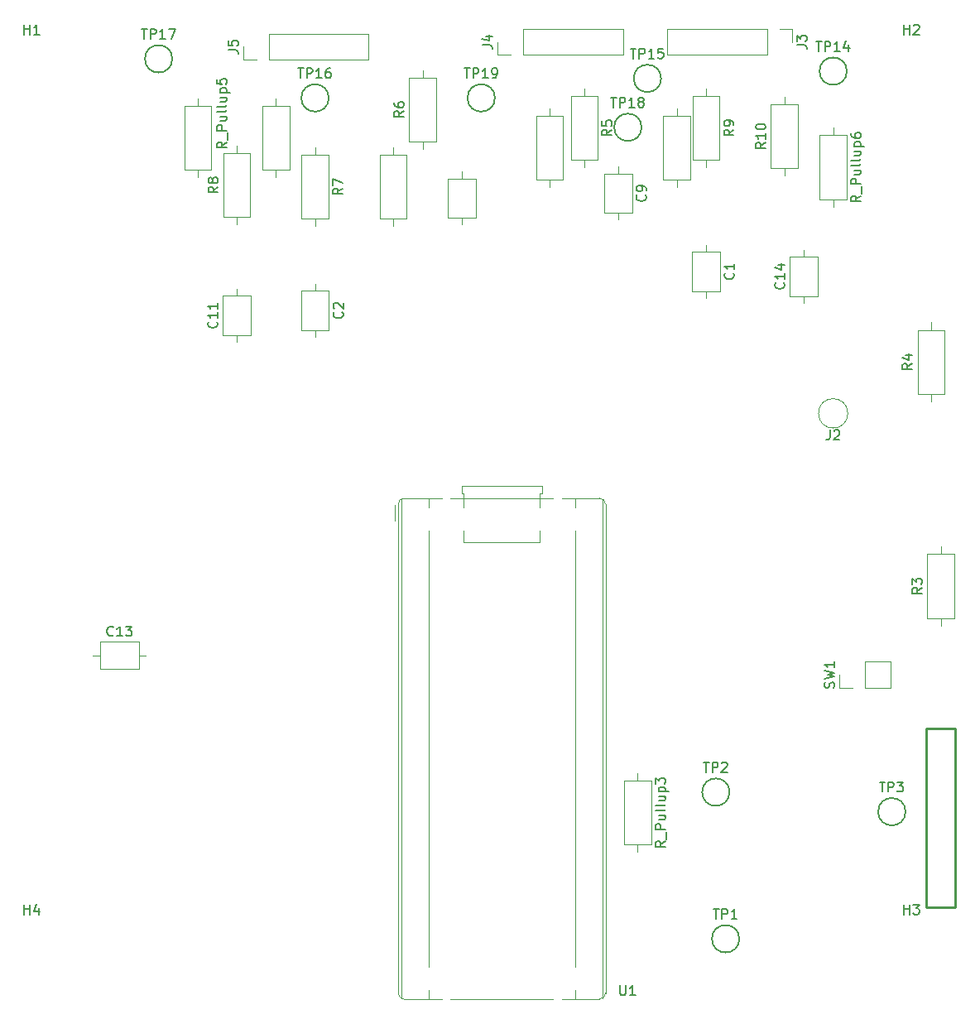
<source format=gbr>
%TF.GenerationSoftware,KiCad,Pcbnew,9.0.3*%
%TF.CreationDate,2025-07-08T18:12:23-07:00*%
%TF.ProjectId,pcb_schematics,7063625f-7363-4686-956d-61746963732e,rev?*%
%TF.SameCoordinates,Original*%
%TF.FileFunction,Legend,Top*%
%TF.FilePolarity,Positive*%
%FSLAX46Y46*%
G04 Gerber Fmt 4.6, Leading zero omitted, Abs format (unit mm)*
G04 Created by KiCad (PCBNEW 9.0.3) date 2025-07-08 18:12:23*
%MOMM*%
%LPD*%
G01*
G04 APERTURE LIST*
%ADD10C,0.150000*%
%ADD11C,0.120000*%
%ADD12C,0.250000*%
G04 APERTURE END LIST*
D10*
X118939580Y-73892857D02*
X118987200Y-73940476D01*
X118987200Y-73940476D02*
X119034819Y-74083333D01*
X119034819Y-74083333D02*
X119034819Y-74178571D01*
X119034819Y-74178571D02*
X118987200Y-74321428D01*
X118987200Y-74321428D02*
X118891961Y-74416666D01*
X118891961Y-74416666D02*
X118796723Y-74464285D01*
X118796723Y-74464285D02*
X118606247Y-74511904D01*
X118606247Y-74511904D02*
X118463390Y-74511904D01*
X118463390Y-74511904D02*
X118272914Y-74464285D01*
X118272914Y-74464285D02*
X118177676Y-74416666D01*
X118177676Y-74416666D02*
X118082438Y-74321428D01*
X118082438Y-74321428D02*
X118034819Y-74178571D01*
X118034819Y-74178571D02*
X118034819Y-74083333D01*
X118034819Y-74083333D02*
X118082438Y-73940476D01*
X118082438Y-73940476D02*
X118130057Y-73892857D01*
X119034819Y-72940476D02*
X119034819Y-73511904D01*
X119034819Y-73226190D02*
X118034819Y-73226190D01*
X118034819Y-73226190D02*
X118177676Y-73321428D01*
X118177676Y-73321428D02*
X118272914Y-73416666D01*
X118272914Y-73416666D02*
X118320533Y-73511904D01*
X119034819Y-71988095D02*
X119034819Y-72559523D01*
X119034819Y-72273809D02*
X118034819Y-72273809D01*
X118034819Y-72273809D02*
X118177676Y-72369047D01*
X118177676Y-72369047D02*
X118272914Y-72464285D01*
X118272914Y-72464285D02*
X118320533Y-72559523D01*
X171779580Y-68916666D02*
X171827200Y-68964285D01*
X171827200Y-68964285D02*
X171874819Y-69107142D01*
X171874819Y-69107142D02*
X171874819Y-69202380D01*
X171874819Y-69202380D02*
X171827200Y-69345237D01*
X171827200Y-69345237D02*
X171731961Y-69440475D01*
X171731961Y-69440475D02*
X171636723Y-69488094D01*
X171636723Y-69488094D02*
X171446247Y-69535713D01*
X171446247Y-69535713D02*
X171303390Y-69535713D01*
X171303390Y-69535713D02*
X171112914Y-69488094D01*
X171112914Y-69488094D02*
X171017676Y-69440475D01*
X171017676Y-69440475D02*
X170922438Y-69345237D01*
X170922438Y-69345237D02*
X170874819Y-69202380D01*
X170874819Y-69202380D02*
X170874819Y-69107142D01*
X170874819Y-69107142D02*
X170922438Y-68964285D01*
X170922438Y-68964285D02*
X170970057Y-68916666D01*
X171874819Y-67964285D02*
X171874819Y-68535713D01*
X171874819Y-68249999D02*
X170874819Y-68249999D01*
X170874819Y-68249999D02*
X171017676Y-68345237D01*
X171017676Y-68345237D02*
X171112914Y-68440475D01*
X171112914Y-68440475D02*
X171160533Y-68535713D01*
X138084819Y-52346666D02*
X137608628Y-52679999D01*
X138084819Y-52918094D02*
X137084819Y-52918094D01*
X137084819Y-52918094D02*
X137084819Y-52537142D01*
X137084819Y-52537142D02*
X137132438Y-52441904D01*
X137132438Y-52441904D02*
X137180057Y-52394285D01*
X137180057Y-52394285D02*
X137275295Y-52346666D01*
X137275295Y-52346666D02*
X137418152Y-52346666D01*
X137418152Y-52346666D02*
X137513390Y-52394285D01*
X137513390Y-52394285D02*
X137561009Y-52441904D01*
X137561009Y-52441904D02*
X137608628Y-52537142D01*
X137608628Y-52537142D02*
X137608628Y-52918094D01*
X137084819Y-51489523D02*
X137084819Y-51679999D01*
X137084819Y-51679999D02*
X137132438Y-51775237D01*
X137132438Y-51775237D02*
X137180057Y-51822856D01*
X137180057Y-51822856D02*
X137322914Y-51918094D01*
X137322914Y-51918094D02*
X137513390Y-51965713D01*
X137513390Y-51965713D02*
X137894342Y-51965713D01*
X137894342Y-51965713D02*
X137989580Y-51918094D01*
X137989580Y-51918094D02*
X138037200Y-51870475D01*
X138037200Y-51870475D02*
X138084819Y-51775237D01*
X138084819Y-51775237D02*
X138084819Y-51584761D01*
X138084819Y-51584761D02*
X138037200Y-51489523D01*
X138037200Y-51489523D02*
X137989580Y-51441904D01*
X137989580Y-51441904D02*
X137894342Y-51394285D01*
X137894342Y-51394285D02*
X137656247Y-51394285D01*
X137656247Y-51394285D02*
X137561009Y-51441904D01*
X137561009Y-51441904D02*
X137513390Y-51489523D01*
X137513390Y-51489523D02*
X137465771Y-51584761D01*
X137465771Y-51584761D02*
X137465771Y-51775237D01*
X137465771Y-51775237D02*
X137513390Y-51870475D01*
X137513390Y-51870475D02*
X137561009Y-51918094D01*
X137561009Y-51918094D02*
X137656247Y-51965713D01*
X168738095Y-118954819D02*
X169309523Y-118954819D01*
X169023809Y-119954819D02*
X169023809Y-118954819D01*
X169642857Y-119954819D02*
X169642857Y-118954819D01*
X169642857Y-118954819D02*
X170023809Y-118954819D01*
X170023809Y-118954819D02*
X170119047Y-119002438D01*
X170119047Y-119002438D02*
X170166666Y-119050057D01*
X170166666Y-119050057D02*
X170214285Y-119145295D01*
X170214285Y-119145295D02*
X170214285Y-119288152D01*
X170214285Y-119288152D02*
X170166666Y-119383390D01*
X170166666Y-119383390D02*
X170119047Y-119431009D01*
X170119047Y-119431009D02*
X170023809Y-119478628D01*
X170023809Y-119478628D02*
X169642857Y-119478628D01*
X170595238Y-119050057D02*
X170642857Y-119002438D01*
X170642857Y-119002438D02*
X170738095Y-118954819D01*
X170738095Y-118954819D02*
X170976190Y-118954819D01*
X170976190Y-118954819D02*
X171071428Y-119002438D01*
X171071428Y-119002438D02*
X171119047Y-119050057D01*
X171119047Y-119050057D02*
X171166666Y-119145295D01*
X171166666Y-119145295D02*
X171166666Y-119240533D01*
X171166666Y-119240533D02*
X171119047Y-119383390D01*
X171119047Y-119383390D02*
X170547619Y-119954819D01*
X170547619Y-119954819D02*
X171166666Y-119954819D01*
X159261905Y-50954819D02*
X159833333Y-50954819D01*
X159547619Y-51954819D02*
X159547619Y-50954819D01*
X160166667Y-51954819D02*
X160166667Y-50954819D01*
X160166667Y-50954819D02*
X160547619Y-50954819D01*
X160547619Y-50954819D02*
X160642857Y-51002438D01*
X160642857Y-51002438D02*
X160690476Y-51050057D01*
X160690476Y-51050057D02*
X160738095Y-51145295D01*
X160738095Y-51145295D02*
X160738095Y-51288152D01*
X160738095Y-51288152D02*
X160690476Y-51383390D01*
X160690476Y-51383390D02*
X160642857Y-51431009D01*
X160642857Y-51431009D02*
X160547619Y-51478628D01*
X160547619Y-51478628D02*
X160166667Y-51478628D01*
X161690476Y-51954819D02*
X161119048Y-51954819D01*
X161404762Y-51954819D02*
X161404762Y-50954819D01*
X161404762Y-50954819D02*
X161309524Y-51097676D01*
X161309524Y-51097676D02*
X161214286Y-51192914D01*
X161214286Y-51192914D02*
X161119048Y-51240533D01*
X162261905Y-51383390D02*
X162166667Y-51335771D01*
X162166667Y-51335771D02*
X162119048Y-51288152D01*
X162119048Y-51288152D02*
X162071429Y-51192914D01*
X162071429Y-51192914D02*
X162071429Y-51145295D01*
X162071429Y-51145295D02*
X162119048Y-51050057D01*
X162119048Y-51050057D02*
X162166667Y-51002438D01*
X162166667Y-51002438D02*
X162261905Y-50954819D01*
X162261905Y-50954819D02*
X162452381Y-50954819D01*
X162452381Y-50954819D02*
X162547619Y-51002438D01*
X162547619Y-51002438D02*
X162595238Y-51050057D01*
X162595238Y-51050057D02*
X162642857Y-51145295D01*
X162642857Y-51145295D02*
X162642857Y-51192914D01*
X162642857Y-51192914D02*
X162595238Y-51288152D01*
X162595238Y-51288152D02*
X162547619Y-51335771D01*
X162547619Y-51335771D02*
X162452381Y-51383390D01*
X162452381Y-51383390D02*
X162261905Y-51383390D01*
X162261905Y-51383390D02*
X162166667Y-51431009D01*
X162166667Y-51431009D02*
X162119048Y-51478628D01*
X162119048Y-51478628D02*
X162071429Y-51573866D01*
X162071429Y-51573866D02*
X162071429Y-51764342D01*
X162071429Y-51764342D02*
X162119048Y-51859580D01*
X162119048Y-51859580D02*
X162166667Y-51907200D01*
X162166667Y-51907200D02*
X162261905Y-51954819D01*
X162261905Y-51954819D02*
X162452381Y-51954819D01*
X162452381Y-51954819D02*
X162547619Y-51907200D01*
X162547619Y-51907200D02*
X162595238Y-51859580D01*
X162595238Y-51859580D02*
X162642857Y-51764342D01*
X162642857Y-51764342D02*
X162642857Y-51573866D01*
X162642857Y-51573866D02*
X162595238Y-51478628D01*
X162595238Y-51478628D02*
X162547619Y-51431009D01*
X162547619Y-51431009D02*
X162452381Y-51383390D01*
X176939580Y-69892857D02*
X176987200Y-69940476D01*
X176987200Y-69940476D02*
X177034819Y-70083333D01*
X177034819Y-70083333D02*
X177034819Y-70178571D01*
X177034819Y-70178571D02*
X176987200Y-70321428D01*
X176987200Y-70321428D02*
X176891961Y-70416666D01*
X176891961Y-70416666D02*
X176796723Y-70464285D01*
X176796723Y-70464285D02*
X176606247Y-70511904D01*
X176606247Y-70511904D02*
X176463390Y-70511904D01*
X176463390Y-70511904D02*
X176272914Y-70464285D01*
X176272914Y-70464285D02*
X176177676Y-70416666D01*
X176177676Y-70416666D02*
X176082438Y-70321428D01*
X176082438Y-70321428D02*
X176034819Y-70178571D01*
X176034819Y-70178571D02*
X176034819Y-70083333D01*
X176034819Y-70083333D02*
X176082438Y-69940476D01*
X176082438Y-69940476D02*
X176130057Y-69892857D01*
X177034819Y-68940476D02*
X177034819Y-69511904D01*
X177034819Y-69226190D02*
X176034819Y-69226190D01*
X176034819Y-69226190D02*
X176177676Y-69321428D01*
X176177676Y-69321428D02*
X176272914Y-69416666D01*
X176272914Y-69416666D02*
X176320533Y-69511904D01*
X176368152Y-68083333D02*
X177034819Y-68083333D01*
X175987200Y-68321428D02*
X176701485Y-68559523D01*
X176701485Y-68559523D02*
X176701485Y-67940476D01*
X119954819Y-55508572D02*
X119478628Y-55841905D01*
X119954819Y-56080000D02*
X118954819Y-56080000D01*
X118954819Y-56080000D02*
X118954819Y-55699048D01*
X118954819Y-55699048D02*
X119002438Y-55603810D01*
X119002438Y-55603810D02*
X119050057Y-55556191D01*
X119050057Y-55556191D02*
X119145295Y-55508572D01*
X119145295Y-55508572D02*
X119288152Y-55508572D01*
X119288152Y-55508572D02*
X119383390Y-55556191D01*
X119383390Y-55556191D02*
X119431009Y-55603810D01*
X119431009Y-55603810D02*
X119478628Y-55699048D01*
X119478628Y-55699048D02*
X119478628Y-56080000D01*
X120050057Y-55318096D02*
X120050057Y-54556191D01*
X119954819Y-54318095D02*
X118954819Y-54318095D01*
X118954819Y-54318095D02*
X118954819Y-53937143D01*
X118954819Y-53937143D02*
X119002438Y-53841905D01*
X119002438Y-53841905D02*
X119050057Y-53794286D01*
X119050057Y-53794286D02*
X119145295Y-53746667D01*
X119145295Y-53746667D02*
X119288152Y-53746667D01*
X119288152Y-53746667D02*
X119383390Y-53794286D01*
X119383390Y-53794286D02*
X119431009Y-53841905D01*
X119431009Y-53841905D02*
X119478628Y-53937143D01*
X119478628Y-53937143D02*
X119478628Y-54318095D01*
X119288152Y-52889524D02*
X119954819Y-52889524D01*
X119288152Y-53318095D02*
X119811961Y-53318095D01*
X119811961Y-53318095D02*
X119907200Y-53270476D01*
X119907200Y-53270476D02*
X119954819Y-53175238D01*
X119954819Y-53175238D02*
X119954819Y-53032381D01*
X119954819Y-53032381D02*
X119907200Y-52937143D01*
X119907200Y-52937143D02*
X119859580Y-52889524D01*
X119954819Y-52270476D02*
X119907200Y-52365714D01*
X119907200Y-52365714D02*
X119811961Y-52413333D01*
X119811961Y-52413333D02*
X118954819Y-52413333D01*
X119954819Y-51746666D02*
X119907200Y-51841904D01*
X119907200Y-51841904D02*
X119811961Y-51889523D01*
X119811961Y-51889523D02*
X118954819Y-51889523D01*
X119288152Y-50937142D02*
X119954819Y-50937142D01*
X119288152Y-51365713D02*
X119811961Y-51365713D01*
X119811961Y-51365713D02*
X119907200Y-51318094D01*
X119907200Y-51318094D02*
X119954819Y-51222856D01*
X119954819Y-51222856D02*
X119954819Y-51079999D01*
X119954819Y-51079999D02*
X119907200Y-50984761D01*
X119907200Y-50984761D02*
X119859580Y-50937142D01*
X119288152Y-50460951D02*
X120288152Y-50460951D01*
X119335771Y-50460951D02*
X119288152Y-50365713D01*
X119288152Y-50365713D02*
X119288152Y-50175237D01*
X119288152Y-50175237D02*
X119335771Y-50079999D01*
X119335771Y-50079999D02*
X119383390Y-50032380D01*
X119383390Y-50032380D02*
X119478628Y-49984761D01*
X119478628Y-49984761D02*
X119764342Y-49984761D01*
X119764342Y-49984761D02*
X119859580Y-50032380D01*
X119859580Y-50032380D02*
X119907200Y-50079999D01*
X119907200Y-50079999D02*
X119954819Y-50175237D01*
X119954819Y-50175237D02*
X119954819Y-50365713D01*
X119954819Y-50365713D02*
X119907200Y-50460951D01*
X118954819Y-49079999D02*
X118954819Y-49556189D01*
X118954819Y-49556189D02*
X119431009Y-49603808D01*
X119431009Y-49603808D02*
X119383390Y-49556189D01*
X119383390Y-49556189D02*
X119335771Y-49460951D01*
X119335771Y-49460951D02*
X119335771Y-49222856D01*
X119335771Y-49222856D02*
X119383390Y-49127618D01*
X119383390Y-49127618D02*
X119431009Y-49079999D01*
X119431009Y-49079999D02*
X119526247Y-49032380D01*
X119526247Y-49032380D02*
X119764342Y-49032380D01*
X119764342Y-49032380D02*
X119859580Y-49079999D01*
X119859580Y-49079999D02*
X119907200Y-49127618D01*
X119907200Y-49127618D02*
X119954819Y-49222856D01*
X119954819Y-49222856D02*
X119954819Y-49460951D01*
X119954819Y-49460951D02*
X119907200Y-49556189D01*
X119907200Y-49556189D02*
X119859580Y-49603808D01*
X120124819Y-46093333D02*
X120839104Y-46093333D01*
X120839104Y-46093333D02*
X120981961Y-46140952D01*
X120981961Y-46140952D02*
X121077200Y-46236190D01*
X121077200Y-46236190D02*
X121124819Y-46379047D01*
X121124819Y-46379047D02*
X121124819Y-46474285D01*
X120124819Y-45140952D02*
X120124819Y-45617142D01*
X120124819Y-45617142D02*
X120601009Y-45664761D01*
X120601009Y-45664761D02*
X120553390Y-45617142D01*
X120553390Y-45617142D02*
X120505771Y-45521904D01*
X120505771Y-45521904D02*
X120505771Y-45283809D01*
X120505771Y-45283809D02*
X120553390Y-45188571D01*
X120553390Y-45188571D02*
X120601009Y-45140952D01*
X120601009Y-45140952D02*
X120696247Y-45093333D01*
X120696247Y-45093333D02*
X120934342Y-45093333D01*
X120934342Y-45093333D02*
X121029580Y-45140952D01*
X121029580Y-45140952D02*
X121077200Y-45188571D01*
X121077200Y-45188571D02*
X121124819Y-45283809D01*
X121124819Y-45283809D02*
X121124819Y-45521904D01*
X121124819Y-45521904D02*
X121077200Y-45617142D01*
X121077200Y-45617142D02*
X121029580Y-45664761D01*
X119084819Y-60086666D02*
X118608628Y-60419999D01*
X119084819Y-60658094D02*
X118084819Y-60658094D01*
X118084819Y-60658094D02*
X118084819Y-60277142D01*
X118084819Y-60277142D02*
X118132438Y-60181904D01*
X118132438Y-60181904D02*
X118180057Y-60134285D01*
X118180057Y-60134285D02*
X118275295Y-60086666D01*
X118275295Y-60086666D02*
X118418152Y-60086666D01*
X118418152Y-60086666D02*
X118513390Y-60134285D01*
X118513390Y-60134285D02*
X118561009Y-60181904D01*
X118561009Y-60181904D02*
X118608628Y-60277142D01*
X118608628Y-60277142D02*
X118608628Y-60658094D01*
X118513390Y-59515237D02*
X118465771Y-59610475D01*
X118465771Y-59610475D02*
X118418152Y-59658094D01*
X118418152Y-59658094D02*
X118322914Y-59705713D01*
X118322914Y-59705713D02*
X118275295Y-59705713D01*
X118275295Y-59705713D02*
X118180057Y-59658094D01*
X118180057Y-59658094D02*
X118132438Y-59610475D01*
X118132438Y-59610475D02*
X118084819Y-59515237D01*
X118084819Y-59515237D02*
X118084819Y-59324761D01*
X118084819Y-59324761D02*
X118132438Y-59229523D01*
X118132438Y-59229523D02*
X118180057Y-59181904D01*
X118180057Y-59181904D02*
X118275295Y-59134285D01*
X118275295Y-59134285D02*
X118322914Y-59134285D01*
X118322914Y-59134285D02*
X118418152Y-59181904D01*
X118418152Y-59181904D02*
X118465771Y-59229523D01*
X118465771Y-59229523D02*
X118513390Y-59324761D01*
X118513390Y-59324761D02*
X118513390Y-59515237D01*
X118513390Y-59515237D02*
X118561009Y-59610475D01*
X118561009Y-59610475D02*
X118608628Y-59658094D01*
X118608628Y-59658094D02*
X118703866Y-59705713D01*
X118703866Y-59705713D02*
X118894342Y-59705713D01*
X118894342Y-59705713D02*
X118989580Y-59658094D01*
X118989580Y-59658094D02*
X119037200Y-59610475D01*
X119037200Y-59610475D02*
X119084819Y-59515237D01*
X119084819Y-59515237D02*
X119084819Y-59324761D01*
X119084819Y-59324761D02*
X119037200Y-59229523D01*
X119037200Y-59229523D02*
X118989580Y-59181904D01*
X118989580Y-59181904D02*
X118894342Y-59134285D01*
X118894342Y-59134285D02*
X118703866Y-59134285D01*
X118703866Y-59134285D02*
X118608628Y-59181904D01*
X118608628Y-59181904D02*
X118561009Y-59229523D01*
X118561009Y-59229523D02*
X118513390Y-59324761D01*
X189238095Y-134504819D02*
X189238095Y-133504819D01*
X189238095Y-133981009D02*
X189809523Y-133981009D01*
X189809523Y-134504819D02*
X189809523Y-133504819D01*
X190190476Y-133504819D02*
X190809523Y-133504819D01*
X190809523Y-133504819D02*
X190476190Y-133885771D01*
X190476190Y-133885771D02*
X190619047Y-133885771D01*
X190619047Y-133885771D02*
X190714285Y-133933390D01*
X190714285Y-133933390D02*
X190761904Y-133981009D01*
X190761904Y-133981009D02*
X190809523Y-134076247D01*
X190809523Y-134076247D02*
X190809523Y-134314342D01*
X190809523Y-134314342D02*
X190761904Y-134409580D01*
X190761904Y-134409580D02*
X190714285Y-134457200D01*
X190714285Y-134457200D02*
X190619047Y-134504819D01*
X190619047Y-134504819D02*
X190333333Y-134504819D01*
X190333333Y-134504819D02*
X190238095Y-134457200D01*
X190238095Y-134457200D02*
X190190476Y-134409580D01*
X164824819Y-127008572D02*
X164348628Y-127341905D01*
X164824819Y-127580000D02*
X163824819Y-127580000D01*
X163824819Y-127580000D02*
X163824819Y-127199048D01*
X163824819Y-127199048D02*
X163872438Y-127103810D01*
X163872438Y-127103810D02*
X163920057Y-127056191D01*
X163920057Y-127056191D02*
X164015295Y-127008572D01*
X164015295Y-127008572D02*
X164158152Y-127008572D01*
X164158152Y-127008572D02*
X164253390Y-127056191D01*
X164253390Y-127056191D02*
X164301009Y-127103810D01*
X164301009Y-127103810D02*
X164348628Y-127199048D01*
X164348628Y-127199048D02*
X164348628Y-127580000D01*
X164920057Y-126818096D02*
X164920057Y-126056191D01*
X164824819Y-125818095D02*
X163824819Y-125818095D01*
X163824819Y-125818095D02*
X163824819Y-125437143D01*
X163824819Y-125437143D02*
X163872438Y-125341905D01*
X163872438Y-125341905D02*
X163920057Y-125294286D01*
X163920057Y-125294286D02*
X164015295Y-125246667D01*
X164015295Y-125246667D02*
X164158152Y-125246667D01*
X164158152Y-125246667D02*
X164253390Y-125294286D01*
X164253390Y-125294286D02*
X164301009Y-125341905D01*
X164301009Y-125341905D02*
X164348628Y-125437143D01*
X164348628Y-125437143D02*
X164348628Y-125818095D01*
X164158152Y-124389524D02*
X164824819Y-124389524D01*
X164158152Y-124818095D02*
X164681961Y-124818095D01*
X164681961Y-124818095D02*
X164777200Y-124770476D01*
X164777200Y-124770476D02*
X164824819Y-124675238D01*
X164824819Y-124675238D02*
X164824819Y-124532381D01*
X164824819Y-124532381D02*
X164777200Y-124437143D01*
X164777200Y-124437143D02*
X164729580Y-124389524D01*
X164824819Y-123770476D02*
X164777200Y-123865714D01*
X164777200Y-123865714D02*
X164681961Y-123913333D01*
X164681961Y-123913333D02*
X163824819Y-123913333D01*
X164824819Y-123246666D02*
X164777200Y-123341904D01*
X164777200Y-123341904D02*
X164681961Y-123389523D01*
X164681961Y-123389523D02*
X163824819Y-123389523D01*
X164158152Y-122437142D02*
X164824819Y-122437142D01*
X164158152Y-122865713D02*
X164681961Y-122865713D01*
X164681961Y-122865713D02*
X164777200Y-122818094D01*
X164777200Y-122818094D02*
X164824819Y-122722856D01*
X164824819Y-122722856D02*
X164824819Y-122579999D01*
X164824819Y-122579999D02*
X164777200Y-122484761D01*
X164777200Y-122484761D02*
X164729580Y-122437142D01*
X164158152Y-121960951D02*
X165158152Y-121960951D01*
X164205771Y-121960951D02*
X164158152Y-121865713D01*
X164158152Y-121865713D02*
X164158152Y-121675237D01*
X164158152Y-121675237D02*
X164205771Y-121579999D01*
X164205771Y-121579999D02*
X164253390Y-121532380D01*
X164253390Y-121532380D02*
X164348628Y-121484761D01*
X164348628Y-121484761D02*
X164634342Y-121484761D01*
X164634342Y-121484761D02*
X164729580Y-121532380D01*
X164729580Y-121532380D02*
X164777200Y-121579999D01*
X164777200Y-121579999D02*
X164824819Y-121675237D01*
X164824819Y-121675237D02*
X164824819Y-121865713D01*
X164824819Y-121865713D02*
X164777200Y-121960951D01*
X163824819Y-121151427D02*
X163824819Y-120532380D01*
X163824819Y-120532380D02*
X164205771Y-120865713D01*
X164205771Y-120865713D02*
X164205771Y-120722856D01*
X164205771Y-120722856D02*
X164253390Y-120627618D01*
X164253390Y-120627618D02*
X164301009Y-120579999D01*
X164301009Y-120579999D02*
X164396247Y-120532380D01*
X164396247Y-120532380D02*
X164634342Y-120532380D01*
X164634342Y-120532380D02*
X164729580Y-120579999D01*
X164729580Y-120579999D02*
X164777200Y-120627618D01*
X164777200Y-120627618D02*
X164824819Y-120722856D01*
X164824819Y-120722856D02*
X164824819Y-121008570D01*
X164824819Y-121008570D02*
X164777200Y-121103808D01*
X164777200Y-121103808D02*
X164729580Y-121151427D01*
X144261905Y-47954819D02*
X144833333Y-47954819D01*
X144547619Y-48954819D02*
X144547619Y-47954819D01*
X145166667Y-48954819D02*
X145166667Y-47954819D01*
X145166667Y-47954819D02*
X145547619Y-47954819D01*
X145547619Y-47954819D02*
X145642857Y-48002438D01*
X145642857Y-48002438D02*
X145690476Y-48050057D01*
X145690476Y-48050057D02*
X145738095Y-48145295D01*
X145738095Y-48145295D02*
X145738095Y-48288152D01*
X145738095Y-48288152D02*
X145690476Y-48383390D01*
X145690476Y-48383390D02*
X145642857Y-48431009D01*
X145642857Y-48431009D02*
X145547619Y-48478628D01*
X145547619Y-48478628D02*
X145166667Y-48478628D01*
X146690476Y-48954819D02*
X146119048Y-48954819D01*
X146404762Y-48954819D02*
X146404762Y-47954819D01*
X146404762Y-47954819D02*
X146309524Y-48097676D01*
X146309524Y-48097676D02*
X146214286Y-48192914D01*
X146214286Y-48192914D02*
X146119048Y-48240533D01*
X147166667Y-48954819D02*
X147357143Y-48954819D01*
X147357143Y-48954819D02*
X147452381Y-48907200D01*
X147452381Y-48907200D02*
X147500000Y-48859580D01*
X147500000Y-48859580D02*
X147595238Y-48716723D01*
X147595238Y-48716723D02*
X147642857Y-48526247D01*
X147642857Y-48526247D02*
X147642857Y-48145295D01*
X147642857Y-48145295D02*
X147595238Y-48050057D01*
X147595238Y-48050057D02*
X147547619Y-48002438D01*
X147547619Y-48002438D02*
X147452381Y-47954819D01*
X147452381Y-47954819D02*
X147261905Y-47954819D01*
X147261905Y-47954819D02*
X147166667Y-48002438D01*
X147166667Y-48002438D02*
X147119048Y-48050057D01*
X147119048Y-48050057D02*
X147071429Y-48145295D01*
X147071429Y-48145295D02*
X147071429Y-48383390D01*
X147071429Y-48383390D02*
X147119048Y-48478628D01*
X147119048Y-48478628D02*
X147166667Y-48526247D01*
X147166667Y-48526247D02*
X147261905Y-48573866D01*
X147261905Y-48573866D02*
X147452381Y-48573866D01*
X147452381Y-48573866D02*
X147547619Y-48526247D01*
X147547619Y-48526247D02*
X147595238Y-48478628D01*
X147595238Y-48478628D02*
X147642857Y-48383390D01*
X180261905Y-45214819D02*
X180833333Y-45214819D01*
X180547619Y-46214819D02*
X180547619Y-45214819D01*
X181166667Y-46214819D02*
X181166667Y-45214819D01*
X181166667Y-45214819D02*
X181547619Y-45214819D01*
X181547619Y-45214819D02*
X181642857Y-45262438D01*
X181642857Y-45262438D02*
X181690476Y-45310057D01*
X181690476Y-45310057D02*
X181738095Y-45405295D01*
X181738095Y-45405295D02*
X181738095Y-45548152D01*
X181738095Y-45548152D02*
X181690476Y-45643390D01*
X181690476Y-45643390D02*
X181642857Y-45691009D01*
X181642857Y-45691009D02*
X181547619Y-45738628D01*
X181547619Y-45738628D02*
X181166667Y-45738628D01*
X182690476Y-46214819D02*
X182119048Y-46214819D01*
X182404762Y-46214819D02*
X182404762Y-45214819D01*
X182404762Y-45214819D02*
X182309524Y-45357676D01*
X182309524Y-45357676D02*
X182214286Y-45452914D01*
X182214286Y-45452914D02*
X182119048Y-45500533D01*
X183547619Y-45548152D02*
X183547619Y-46214819D01*
X183309524Y-45167200D02*
X183071429Y-45881485D01*
X183071429Y-45881485D02*
X183690476Y-45881485D01*
X127261905Y-47954819D02*
X127833333Y-47954819D01*
X127547619Y-48954819D02*
X127547619Y-47954819D01*
X128166667Y-48954819D02*
X128166667Y-47954819D01*
X128166667Y-47954819D02*
X128547619Y-47954819D01*
X128547619Y-47954819D02*
X128642857Y-48002438D01*
X128642857Y-48002438D02*
X128690476Y-48050057D01*
X128690476Y-48050057D02*
X128738095Y-48145295D01*
X128738095Y-48145295D02*
X128738095Y-48288152D01*
X128738095Y-48288152D02*
X128690476Y-48383390D01*
X128690476Y-48383390D02*
X128642857Y-48431009D01*
X128642857Y-48431009D02*
X128547619Y-48478628D01*
X128547619Y-48478628D02*
X128166667Y-48478628D01*
X129690476Y-48954819D02*
X129119048Y-48954819D01*
X129404762Y-48954819D02*
X129404762Y-47954819D01*
X129404762Y-47954819D02*
X129309524Y-48097676D01*
X129309524Y-48097676D02*
X129214286Y-48192914D01*
X129214286Y-48192914D02*
X129119048Y-48240533D01*
X130547619Y-47954819D02*
X130357143Y-47954819D01*
X130357143Y-47954819D02*
X130261905Y-48002438D01*
X130261905Y-48002438D02*
X130214286Y-48050057D01*
X130214286Y-48050057D02*
X130119048Y-48192914D01*
X130119048Y-48192914D02*
X130071429Y-48383390D01*
X130071429Y-48383390D02*
X130071429Y-48764342D01*
X130071429Y-48764342D02*
X130119048Y-48859580D01*
X130119048Y-48859580D02*
X130166667Y-48907200D01*
X130166667Y-48907200D02*
X130261905Y-48954819D01*
X130261905Y-48954819D02*
X130452381Y-48954819D01*
X130452381Y-48954819D02*
X130547619Y-48907200D01*
X130547619Y-48907200D02*
X130595238Y-48859580D01*
X130595238Y-48859580D02*
X130642857Y-48764342D01*
X130642857Y-48764342D02*
X130642857Y-48526247D01*
X130642857Y-48526247D02*
X130595238Y-48431009D01*
X130595238Y-48431009D02*
X130547619Y-48383390D01*
X130547619Y-48383390D02*
X130452381Y-48335771D01*
X130452381Y-48335771D02*
X130261905Y-48335771D01*
X130261905Y-48335771D02*
X130166667Y-48383390D01*
X130166667Y-48383390D02*
X130119048Y-48431009D01*
X130119048Y-48431009D02*
X130071429Y-48526247D01*
X159350055Y-54246666D02*
X158873864Y-54579999D01*
X159350055Y-54818094D02*
X158350055Y-54818094D01*
X158350055Y-54818094D02*
X158350055Y-54437142D01*
X158350055Y-54437142D02*
X158397674Y-54341904D01*
X158397674Y-54341904D02*
X158445293Y-54294285D01*
X158445293Y-54294285D02*
X158540531Y-54246666D01*
X158540531Y-54246666D02*
X158683388Y-54246666D01*
X158683388Y-54246666D02*
X158778626Y-54294285D01*
X158778626Y-54294285D02*
X158826245Y-54341904D01*
X158826245Y-54341904D02*
X158873864Y-54437142D01*
X158873864Y-54437142D02*
X158873864Y-54818094D01*
X158350055Y-53341904D02*
X158350055Y-53818094D01*
X158350055Y-53818094D02*
X158826245Y-53865713D01*
X158826245Y-53865713D02*
X158778626Y-53818094D01*
X158778626Y-53818094D02*
X158731007Y-53722856D01*
X158731007Y-53722856D02*
X158731007Y-53484761D01*
X158731007Y-53484761D02*
X158778626Y-53389523D01*
X158778626Y-53389523D02*
X158826245Y-53341904D01*
X158826245Y-53341904D02*
X158921483Y-53294285D01*
X158921483Y-53294285D02*
X159159578Y-53294285D01*
X159159578Y-53294285D02*
X159254816Y-53341904D01*
X159254816Y-53341904D02*
X159302436Y-53389523D01*
X159302436Y-53389523D02*
X159350055Y-53484761D01*
X159350055Y-53484761D02*
X159350055Y-53722856D01*
X159350055Y-53722856D02*
X159302436Y-53818094D01*
X159302436Y-53818094D02*
X159254816Y-53865713D01*
X186738095Y-120954819D02*
X187309523Y-120954819D01*
X187023809Y-121954819D02*
X187023809Y-120954819D01*
X187642857Y-121954819D02*
X187642857Y-120954819D01*
X187642857Y-120954819D02*
X188023809Y-120954819D01*
X188023809Y-120954819D02*
X188119047Y-121002438D01*
X188119047Y-121002438D02*
X188166666Y-121050057D01*
X188166666Y-121050057D02*
X188214285Y-121145295D01*
X188214285Y-121145295D02*
X188214285Y-121288152D01*
X188214285Y-121288152D02*
X188166666Y-121383390D01*
X188166666Y-121383390D02*
X188119047Y-121431009D01*
X188119047Y-121431009D02*
X188023809Y-121478628D01*
X188023809Y-121478628D02*
X187642857Y-121478628D01*
X188547619Y-120954819D02*
X189166666Y-120954819D01*
X189166666Y-120954819D02*
X188833333Y-121335771D01*
X188833333Y-121335771D02*
X188976190Y-121335771D01*
X188976190Y-121335771D02*
X189071428Y-121383390D01*
X189071428Y-121383390D02*
X189119047Y-121431009D01*
X189119047Y-121431009D02*
X189166666Y-121526247D01*
X189166666Y-121526247D02*
X189166666Y-121764342D01*
X189166666Y-121764342D02*
X189119047Y-121859580D01*
X189119047Y-121859580D02*
X189071428Y-121907200D01*
X189071428Y-121907200D02*
X188976190Y-121954819D01*
X188976190Y-121954819D02*
X188690476Y-121954819D01*
X188690476Y-121954819D02*
X188595238Y-121907200D01*
X188595238Y-121907200D02*
X188547619Y-121859580D01*
X191084819Y-101086666D02*
X190608628Y-101419999D01*
X191084819Y-101658094D02*
X190084819Y-101658094D01*
X190084819Y-101658094D02*
X190084819Y-101277142D01*
X190084819Y-101277142D02*
X190132438Y-101181904D01*
X190132438Y-101181904D02*
X190180057Y-101134285D01*
X190180057Y-101134285D02*
X190275295Y-101086666D01*
X190275295Y-101086666D02*
X190418152Y-101086666D01*
X190418152Y-101086666D02*
X190513390Y-101134285D01*
X190513390Y-101134285D02*
X190561009Y-101181904D01*
X190561009Y-101181904D02*
X190608628Y-101277142D01*
X190608628Y-101277142D02*
X190608628Y-101658094D01*
X190084819Y-100753332D02*
X190084819Y-100134285D01*
X190084819Y-100134285D02*
X190465771Y-100467618D01*
X190465771Y-100467618D02*
X190465771Y-100324761D01*
X190465771Y-100324761D02*
X190513390Y-100229523D01*
X190513390Y-100229523D02*
X190561009Y-100181904D01*
X190561009Y-100181904D02*
X190656247Y-100134285D01*
X190656247Y-100134285D02*
X190894342Y-100134285D01*
X190894342Y-100134285D02*
X190989580Y-100181904D01*
X190989580Y-100181904D02*
X191037200Y-100229523D01*
X191037200Y-100229523D02*
X191084819Y-100324761D01*
X191084819Y-100324761D02*
X191084819Y-100610475D01*
X191084819Y-100610475D02*
X191037200Y-100705713D01*
X191037200Y-100705713D02*
X190989580Y-100753332D01*
X181666666Y-84964819D02*
X181666666Y-85679104D01*
X181666666Y-85679104D02*
X181619047Y-85821961D01*
X181619047Y-85821961D02*
X181523809Y-85917200D01*
X181523809Y-85917200D02*
X181380952Y-85964819D01*
X181380952Y-85964819D02*
X181285714Y-85964819D01*
X182095238Y-85060057D02*
X182142857Y-85012438D01*
X182142857Y-85012438D02*
X182238095Y-84964819D01*
X182238095Y-84964819D02*
X182476190Y-84964819D01*
X182476190Y-84964819D02*
X182571428Y-85012438D01*
X182571428Y-85012438D02*
X182619047Y-85060057D01*
X182619047Y-85060057D02*
X182666666Y-85155295D01*
X182666666Y-85155295D02*
X182666666Y-85250533D01*
X182666666Y-85250533D02*
X182619047Y-85393390D01*
X182619047Y-85393390D02*
X182047619Y-85964819D01*
X182047619Y-85964819D02*
X182666666Y-85964819D01*
X178284819Y-45593333D02*
X178999104Y-45593333D01*
X178999104Y-45593333D02*
X179141961Y-45640952D01*
X179141961Y-45640952D02*
X179237200Y-45736190D01*
X179237200Y-45736190D02*
X179284819Y-45879047D01*
X179284819Y-45879047D02*
X179284819Y-45974285D01*
X178284819Y-45212380D02*
X178284819Y-44593333D01*
X178284819Y-44593333D02*
X178665771Y-44926666D01*
X178665771Y-44926666D02*
X178665771Y-44783809D01*
X178665771Y-44783809D02*
X178713390Y-44688571D01*
X178713390Y-44688571D02*
X178761009Y-44640952D01*
X178761009Y-44640952D02*
X178856247Y-44593333D01*
X178856247Y-44593333D02*
X179094342Y-44593333D01*
X179094342Y-44593333D02*
X179189580Y-44640952D01*
X179189580Y-44640952D02*
X179237200Y-44688571D01*
X179237200Y-44688571D02*
X179284819Y-44783809D01*
X179284819Y-44783809D02*
X179284819Y-45069523D01*
X179284819Y-45069523D02*
X179237200Y-45164761D01*
X179237200Y-45164761D02*
X179189580Y-45212380D01*
X108357142Y-105939580D02*
X108309523Y-105987200D01*
X108309523Y-105987200D02*
X108166666Y-106034819D01*
X108166666Y-106034819D02*
X108071428Y-106034819D01*
X108071428Y-106034819D02*
X107928571Y-105987200D01*
X107928571Y-105987200D02*
X107833333Y-105891961D01*
X107833333Y-105891961D02*
X107785714Y-105796723D01*
X107785714Y-105796723D02*
X107738095Y-105606247D01*
X107738095Y-105606247D02*
X107738095Y-105463390D01*
X107738095Y-105463390D02*
X107785714Y-105272914D01*
X107785714Y-105272914D02*
X107833333Y-105177676D01*
X107833333Y-105177676D02*
X107928571Y-105082438D01*
X107928571Y-105082438D02*
X108071428Y-105034819D01*
X108071428Y-105034819D02*
X108166666Y-105034819D01*
X108166666Y-105034819D02*
X108309523Y-105082438D01*
X108309523Y-105082438D02*
X108357142Y-105130057D01*
X109309523Y-106034819D02*
X108738095Y-106034819D01*
X109023809Y-106034819D02*
X109023809Y-105034819D01*
X109023809Y-105034819D02*
X108928571Y-105177676D01*
X108928571Y-105177676D02*
X108833333Y-105272914D01*
X108833333Y-105272914D02*
X108738095Y-105320533D01*
X109642857Y-105034819D02*
X110261904Y-105034819D01*
X110261904Y-105034819D02*
X109928571Y-105415771D01*
X109928571Y-105415771D02*
X110071428Y-105415771D01*
X110071428Y-105415771D02*
X110166666Y-105463390D01*
X110166666Y-105463390D02*
X110214285Y-105511009D01*
X110214285Y-105511009D02*
X110261904Y-105606247D01*
X110261904Y-105606247D02*
X110261904Y-105844342D01*
X110261904Y-105844342D02*
X110214285Y-105939580D01*
X110214285Y-105939580D02*
X110166666Y-105987200D01*
X110166666Y-105987200D02*
X110071428Y-106034819D01*
X110071428Y-106034819D02*
X109785714Y-106034819D01*
X109785714Y-106034819D02*
X109690476Y-105987200D01*
X109690476Y-105987200D02*
X109642857Y-105939580D01*
X160194279Y-141769819D02*
X160194279Y-142579342D01*
X160194279Y-142579342D02*
X160241898Y-142674580D01*
X160241898Y-142674580D02*
X160289517Y-142722200D01*
X160289517Y-142722200D02*
X160384755Y-142769819D01*
X160384755Y-142769819D02*
X160575231Y-142769819D01*
X160575231Y-142769819D02*
X160670469Y-142722200D01*
X160670469Y-142722200D02*
X160718088Y-142674580D01*
X160718088Y-142674580D02*
X160765707Y-142579342D01*
X160765707Y-142579342D02*
X160765707Y-141769819D01*
X161765707Y-142769819D02*
X161194279Y-142769819D01*
X161479993Y-142769819D02*
X161479993Y-141769819D01*
X161479993Y-141769819D02*
X161384755Y-141912676D01*
X161384755Y-141912676D02*
X161289517Y-142007914D01*
X161289517Y-142007914D02*
X161194279Y-142055533D01*
X184824819Y-61008572D02*
X184348628Y-61341905D01*
X184824819Y-61580000D02*
X183824819Y-61580000D01*
X183824819Y-61580000D02*
X183824819Y-61199048D01*
X183824819Y-61199048D02*
X183872438Y-61103810D01*
X183872438Y-61103810D02*
X183920057Y-61056191D01*
X183920057Y-61056191D02*
X184015295Y-61008572D01*
X184015295Y-61008572D02*
X184158152Y-61008572D01*
X184158152Y-61008572D02*
X184253390Y-61056191D01*
X184253390Y-61056191D02*
X184301009Y-61103810D01*
X184301009Y-61103810D02*
X184348628Y-61199048D01*
X184348628Y-61199048D02*
X184348628Y-61580000D01*
X184920057Y-60818096D02*
X184920057Y-60056191D01*
X184824819Y-59818095D02*
X183824819Y-59818095D01*
X183824819Y-59818095D02*
X183824819Y-59437143D01*
X183824819Y-59437143D02*
X183872438Y-59341905D01*
X183872438Y-59341905D02*
X183920057Y-59294286D01*
X183920057Y-59294286D02*
X184015295Y-59246667D01*
X184015295Y-59246667D02*
X184158152Y-59246667D01*
X184158152Y-59246667D02*
X184253390Y-59294286D01*
X184253390Y-59294286D02*
X184301009Y-59341905D01*
X184301009Y-59341905D02*
X184348628Y-59437143D01*
X184348628Y-59437143D02*
X184348628Y-59818095D01*
X184158152Y-58389524D02*
X184824819Y-58389524D01*
X184158152Y-58818095D02*
X184681961Y-58818095D01*
X184681961Y-58818095D02*
X184777200Y-58770476D01*
X184777200Y-58770476D02*
X184824819Y-58675238D01*
X184824819Y-58675238D02*
X184824819Y-58532381D01*
X184824819Y-58532381D02*
X184777200Y-58437143D01*
X184777200Y-58437143D02*
X184729580Y-58389524D01*
X184824819Y-57770476D02*
X184777200Y-57865714D01*
X184777200Y-57865714D02*
X184681961Y-57913333D01*
X184681961Y-57913333D02*
X183824819Y-57913333D01*
X184824819Y-57246666D02*
X184777200Y-57341904D01*
X184777200Y-57341904D02*
X184681961Y-57389523D01*
X184681961Y-57389523D02*
X183824819Y-57389523D01*
X184158152Y-56437142D02*
X184824819Y-56437142D01*
X184158152Y-56865713D02*
X184681961Y-56865713D01*
X184681961Y-56865713D02*
X184777200Y-56818094D01*
X184777200Y-56818094D02*
X184824819Y-56722856D01*
X184824819Y-56722856D02*
X184824819Y-56579999D01*
X184824819Y-56579999D02*
X184777200Y-56484761D01*
X184777200Y-56484761D02*
X184729580Y-56437142D01*
X184158152Y-55960951D02*
X185158152Y-55960951D01*
X184205771Y-55960951D02*
X184158152Y-55865713D01*
X184158152Y-55865713D02*
X184158152Y-55675237D01*
X184158152Y-55675237D02*
X184205771Y-55579999D01*
X184205771Y-55579999D02*
X184253390Y-55532380D01*
X184253390Y-55532380D02*
X184348628Y-55484761D01*
X184348628Y-55484761D02*
X184634342Y-55484761D01*
X184634342Y-55484761D02*
X184729580Y-55532380D01*
X184729580Y-55532380D02*
X184777200Y-55579999D01*
X184777200Y-55579999D02*
X184824819Y-55675237D01*
X184824819Y-55675237D02*
X184824819Y-55865713D01*
X184824819Y-55865713D02*
X184777200Y-55960951D01*
X183824819Y-54627618D02*
X183824819Y-54818094D01*
X183824819Y-54818094D02*
X183872438Y-54913332D01*
X183872438Y-54913332D02*
X183920057Y-54960951D01*
X183920057Y-54960951D02*
X184062914Y-55056189D01*
X184062914Y-55056189D02*
X184253390Y-55103808D01*
X184253390Y-55103808D02*
X184634342Y-55103808D01*
X184634342Y-55103808D02*
X184729580Y-55056189D01*
X184729580Y-55056189D02*
X184777200Y-55008570D01*
X184777200Y-55008570D02*
X184824819Y-54913332D01*
X184824819Y-54913332D02*
X184824819Y-54722856D01*
X184824819Y-54722856D02*
X184777200Y-54627618D01*
X184777200Y-54627618D02*
X184729580Y-54579999D01*
X184729580Y-54579999D02*
X184634342Y-54532380D01*
X184634342Y-54532380D02*
X184396247Y-54532380D01*
X184396247Y-54532380D02*
X184301009Y-54579999D01*
X184301009Y-54579999D02*
X184253390Y-54627618D01*
X184253390Y-54627618D02*
X184205771Y-54722856D01*
X184205771Y-54722856D02*
X184205771Y-54913332D01*
X184205771Y-54913332D02*
X184253390Y-55008570D01*
X184253390Y-55008570D02*
X184301009Y-55056189D01*
X184301009Y-55056189D02*
X184396247Y-55103808D01*
X99238095Y-44504819D02*
X99238095Y-43504819D01*
X99238095Y-43981009D02*
X99809523Y-43981009D01*
X99809523Y-44504819D02*
X99809523Y-43504819D01*
X100809523Y-44504819D02*
X100238095Y-44504819D01*
X100523809Y-44504819D02*
X100523809Y-43504819D01*
X100523809Y-43504819D02*
X100428571Y-43647676D01*
X100428571Y-43647676D02*
X100333333Y-43742914D01*
X100333333Y-43742914D02*
X100238095Y-43790533D01*
X162779580Y-60916666D02*
X162827200Y-60964285D01*
X162827200Y-60964285D02*
X162874819Y-61107142D01*
X162874819Y-61107142D02*
X162874819Y-61202380D01*
X162874819Y-61202380D02*
X162827200Y-61345237D01*
X162827200Y-61345237D02*
X162731961Y-61440475D01*
X162731961Y-61440475D02*
X162636723Y-61488094D01*
X162636723Y-61488094D02*
X162446247Y-61535713D01*
X162446247Y-61535713D02*
X162303390Y-61535713D01*
X162303390Y-61535713D02*
X162112914Y-61488094D01*
X162112914Y-61488094D02*
X162017676Y-61440475D01*
X162017676Y-61440475D02*
X161922438Y-61345237D01*
X161922438Y-61345237D02*
X161874819Y-61202380D01*
X161874819Y-61202380D02*
X161874819Y-61107142D01*
X161874819Y-61107142D02*
X161922438Y-60964285D01*
X161922438Y-60964285D02*
X161970057Y-60916666D01*
X162874819Y-60440475D02*
X162874819Y-60249999D01*
X162874819Y-60249999D02*
X162827200Y-60154761D01*
X162827200Y-60154761D02*
X162779580Y-60107142D01*
X162779580Y-60107142D02*
X162636723Y-60011904D01*
X162636723Y-60011904D02*
X162446247Y-59964285D01*
X162446247Y-59964285D02*
X162065295Y-59964285D01*
X162065295Y-59964285D02*
X161970057Y-60011904D01*
X161970057Y-60011904D02*
X161922438Y-60059523D01*
X161922438Y-60059523D02*
X161874819Y-60154761D01*
X161874819Y-60154761D02*
X161874819Y-60345237D01*
X161874819Y-60345237D02*
X161922438Y-60440475D01*
X161922438Y-60440475D02*
X161970057Y-60488094D01*
X161970057Y-60488094D02*
X162065295Y-60535713D01*
X162065295Y-60535713D02*
X162303390Y-60535713D01*
X162303390Y-60535713D02*
X162398628Y-60488094D01*
X162398628Y-60488094D02*
X162446247Y-60440475D01*
X162446247Y-60440475D02*
X162493866Y-60345237D01*
X162493866Y-60345237D02*
X162493866Y-60154761D01*
X162493866Y-60154761D02*
X162446247Y-60059523D01*
X162446247Y-60059523D02*
X162398628Y-60011904D01*
X162398628Y-60011904D02*
X162303390Y-59964285D01*
X146124819Y-45593333D02*
X146839104Y-45593333D01*
X146839104Y-45593333D02*
X146981961Y-45640952D01*
X146981961Y-45640952D02*
X147077200Y-45736190D01*
X147077200Y-45736190D02*
X147124819Y-45879047D01*
X147124819Y-45879047D02*
X147124819Y-45974285D01*
X146458152Y-44688571D02*
X147124819Y-44688571D01*
X146077200Y-44926666D02*
X146791485Y-45164761D01*
X146791485Y-45164761D02*
X146791485Y-44545714D01*
X161261905Y-45954819D02*
X161833333Y-45954819D01*
X161547619Y-46954819D02*
X161547619Y-45954819D01*
X162166667Y-46954819D02*
X162166667Y-45954819D01*
X162166667Y-45954819D02*
X162547619Y-45954819D01*
X162547619Y-45954819D02*
X162642857Y-46002438D01*
X162642857Y-46002438D02*
X162690476Y-46050057D01*
X162690476Y-46050057D02*
X162738095Y-46145295D01*
X162738095Y-46145295D02*
X162738095Y-46288152D01*
X162738095Y-46288152D02*
X162690476Y-46383390D01*
X162690476Y-46383390D02*
X162642857Y-46431009D01*
X162642857Y-46431009D02*
X162547619Y-46478628D01*
X162547619Y-46478628D02*
X162166667Y-46478628D01*
X163690476Y-46954819D02*
X163119048Y-46954819D01*
X163404762Y-46954819D02*
X163404762Y-45954819D01*
X163404762Y-45954819D02*
X163309524Y-46097676D01*
X163309524Y-46097676D02*
X163214286Y-46192914D01*
X163214286Y-46192914D02*
X163119048Y-46240533D01*
X164595238Y-45954819D02*
X164119048Y-45954819D01*
X164119048Y-45954819D02*
X164071429Y-46431009D01*
X164071429Y-46431009D02*
X164119048Y-46383390D01*
X164119048Y-46383390D02*
X164214286Y-46335771D01*
X164214286Y-46335771D02*
X164452381Y-46335771D01*
X164452381Y-46335771D02*
X164547619Y-46383390D01*
X164547619Y-46383390D02*
X164595238Y-46431009D01*
X164595238Y-46431009D02*
X164642857Y-46526247D01*
X164642857Y-46526247D02*
X164642857Y-46764342D01*
X164642857Y-46764342D02*
X164595238Y-46859580D01*
X164595238Y-46859580D02*
X164547619Y-46907200D01*
X164547619Y-46907200D02*
X164452381Y-46954819D01*
X164452381Y-46954819D02*
X164214286Y-46954819D01*
X164214286Y-46954819D02*
X164119048Y-46907200D01*
X164119048Y-46907200D02*
X164071429Y-46859580D01*
X111261905Y-43954819D02*
X111833333Y-43954819D01*
X111547619Y-44954819D02*
X111547619Y-43954819D01*
X112166667Y-44954819D02*
X112166667Y-43954819D01*
X112166667Y-43954819D02*
X112547619Y-43954819D01*
X112547619Y-43954819D02*
X112642857Y-44002438D01*
X112642857Y-44002438D02*
X112690476Y-44050057D01*
X112690476Y-44050057D02*
X112738095Y-44145295D01*
X112738095Y-44145295D02*
X112738095Y-44288152D01*
X112738095Y-44288152D02*
X112690476Y-44383390D01*
X112690476Y-44383390D02*
X112642857Y-44431009D01*
X112642857Y-44431009D02*
X112547619Y-44478628D01*
X112547619Y-44478628D02*
X112166667Y-44478628D01*
X113690476Y-44954819D02*
X113119048Y-44954819D01*
X113404762Y-44954819D02*
X113404762Y-43954819D01*
X113404762Y-43954819D02*
X113309524Y-44097676D01*
X113309524Y-44097676D02*
X113214286Y-44192914D01*
X113214286Y-44192914D02*
X113119048Y-44240533D01*
X114023810Y-43954819D02*
X114690476Y-43954819D01*
X114690476Y-43954819D02*
X114261905Y-44954819D01*
X182077200Y-111333332D02*
X182124819Y-111190475D01*
X182124819Y-111190475D02*
X182124819Y-110952380D01*
X182124819Y-110952380D02*
X182077200Y-110857142D01*
X182077200Y-110857142D02*
X182029580Y-110809523D01*
X182029580Y-110809523D02*
X181934342Y-110761904D01*
X181934342Y-110761904D02*
X181839104Y-110761904D01*
X181839104Y-110761904D02*
X181743866Y-110809523D01*
X181743866Y-110809523D02*
X181696247Y-110857142D01*
X181696247Y-110857142D02*
X181648628Y-110952380D01*
X181648628Y-110952380D02*
X181601009Y-111142856D01*
X181601009Y-111142856D02*
X181553390Y-111238094D01*
X181553390Y-111238094D02*
X181505771Y-111285713D01*
X181505771Y-111285713D02*
X181410533Y-111333332D01*
X181410533Y-111333332D02*
X181315295Y-111333332D01*
X181315295Y-111333332D02*
X181220057Y-111285713D01*
X181220057Y-111285713D02*
X181172438Y-111238094D01*
X181172438Y-111238094D02*
X181124819Y-111142856D01*
X181124819Y-111142856D02*
X181124819Y-110904761D01*
X181124819Y-110904761D02*
X181172438Y-110761904D01*
X181124819Y-110428570D02*
X182124819Y-110190475D01*
X182124819Y-110190475D02*
X181410533Y-109999999D01*
X181410533Y-109999999D02*
X182124819Y-109809523D01*
X182124819Y-109809523D02*
X181124819Y-109571428D01*
X182124819Y-108666666D02*
X182124819Y-109238094D01*
X182124819Y-108952380D02*
X181124819Y-108952380D01*
X181124819Y-108952380D02*
X181267676Y-109047618D01*
X181267676Y-109047618D02*
X181362914Y-109142856D01*
X181362914Y-109142856D02*
X181410533Y-109238094D01*
X189238095Y-44504819D02*
X189238095Y-43504819D01*
X189238095Y-43981009D02*
X189809523Y-43981009D01*
X189809523Y-44504819D02*
X189809523Y-43504819D01*
X190238095Y-43600057D02*
X190285714Y-43552438D01*
X190285714Y-43552438D02*
X190380952Y-43504819D01*
X190380952Y-43504819D02*
X190619047Y-43504819D01*
X190619047Y-43504819D02*
X190714285Y-43552438D01*
X190714285Y-43552438D02*
X190761904Y-43600057D01*
X190761904Y-43600057D02*
X190809523Y-43695295D01*
X190809523Y-43695295D02*
X190809523Y-43790533D01*
X190809523Y-43790533D02*
X190761904Y-43933390D01*
X190761904Y-43933390D02*
X190190476Y-44504819D01*
X190190476Y-44504819D02*
X190809523Y-44504819D01*
X171824819Y-54246666D02*
X171348628Y-54579999D01*
X171824819Y-54818094D02*
X170824819Y-54818094D01*
X170824819Y-54818094D02*
X170824819Y-54437142D01*
X170824819Y-54437142D02*
X170872438Y-54341904D01*
X170872438Y-54341904D02*
X170920057Y-54294285D01*
X170920057Y-54294285D02*
X171015295Y-54246666D01*
X171015295Y-54246666D02*
X171158152Y-54246666D01*
X171158152Y-54246666D02*
X171253390Y-54294285D01*
X171253390Y-54294285D02*
X171301009Y-54341904D01*
X171301009Y-54341904D02*
X171348628Y-54437142D01*
X171348628Y-54437142D02*
X171348628Y-54818094D01*
X171824819Y-53770475D02*
X171824819Y-53579999D01*
X171824819Y-53579999D02*
X171777200Y-53484761D01*
X171777200Y-53484761D02*
X171729580Y-53437142D01*
X171729580Y-53437142D02*
X171586723Y-53341904D01*
X171586723Y-53341904D02*
X171396247Y-53294285D01*
X171396247Y-53294285D02*
X171015295Y-53294285D01*
X171015295Y-53294285D02*
X170920057Y-53341904D01*
X170920057Y-53341904D02*
X170872438Y-53389523D01*
X170872438Y-53389523D02*
X170824819Y-53484761D01*
X170824819Y-53484761D02*
X170824819Y-53675237D01*
X170824819Y-53675237D02*
X170872438Y-53770475D01*
X170872438Y-53770475D02*
X170920057Y-53818094D01*
X170920057Y-53818094D02*
X171015295Y-53865713D01*
X171015295Y-53865713D02*
X171253390Y-53865713D01*
X171253390Y-53865713D02*
X171348628Y-53818094D01*
X171348628Y-53818094D02*
X171396247Y-53770475D01*
X171396247Y-53770475D02*
X171443866Y-53675237D01*
X171443866Y-53675237D02*
X171443866Y-53484761D01*
X171443866Y-53484761D02*
X171396247Y-53389523D01*
X171396247Y-53389523D02*
X171348628Y-53341904D01*
X171348628Y-53341904D02*
X171253390Y-53294285D01*
X131779580Y-72916666D02*
X131827200Y-72964285D01*
X131827200Y-72964285D02*
X131874819Y-73107142D01*
X131874819Y-73107142D02*
X131874819Y-73202380D01*
X131874819Y-73202380D02*
X131827200Y-73345237D01*
X131827200Y-73345237D02*
X131731961Y-73440475D01*
X131731961Y-73440475D02*
X131636723Y-73488094D01*
X131636723Y-73488094D02*
X131446247Y-73535713D01*
X131446247Y-73535713D02*
X131303390Y-73535713D01*
X131303390Y-73535713D02*
X131112914Y-73488094D01*
X131112914Y-73488094D02*
X131017676Y-73440475D01*
X131017676Y-73440475D02*
X130922438Y-73345237D01*
X130922438Y-73345237D02*
X130874819Y-73202380D01*
X130874819Y-73202380D02*
X130874819Y-73107142D01*
X130874819Y-73107142D02*
X130922438Y-72964285D01*
X130922438Y-72964285D02*
X130970057Y-72916666D01*
X130970057Y-72535713D02*
X130922438Y-72488094D01*
X130922438Y-72488094D02*
X130874819Y-72392856D01*
X130874819Y-72392856D02*
X130874819Y-72154761D01*
X130874819Y-72154761D02*
X130922438Y-72059523D01*
X130922438Y-72059523D02*
X130970057Y-72011904D01*
X130970057Y-72011904D02*
X131065295Y-71964285D01*
X131065295Y-71964285D02*
X131160533Y-71964285D01*
X131160533Y-71964285D02*
X131303390Y-72011904D01*
X131303390Y-72011904D02*
X131874819Y-72583332D01*
X131874819Y-72583332D02*
X131874819Y-71964285D01*
X99238095Y-134504819D02*
X99238095Y-133504819D01*
X99238095Y-133981009D02*
X99809523Y-133981009D01*
X99809523Y-134504819D02*
X99809523Y-133504819D01*
X100714285Y-133838152D02*
X100714285Y-134504819D01*
X100476190Y-133457200D02*
X100238095Y-134171485D01*
X100238095Y-134171485D02*
X100857142Y-134171485D01*
X175084819Y-55562857D02*
X174608628Y-55896190D01*
X175084819Y-56134285D02*
X174084819Y-56134285D01*
X174084819Y-56134285D02*
X174084819Y-55753333D01*
X174084819Y-55753333D02*
X174132438Y-55658095D01*
X174132438Y-55658095D02*
X174180057Y-55610476D01*
X174180057Y-55610476D02*
X174275295Y-55562857D01*
X174275295Y-55562857D02*
X174418152Y-55562857D01*
X174418152Y-55562857D02*
X174513390Y-55610476D01*
X174513390Y-55610476D02*
X174561009Y-55658095D01*
X174561009Y-55658095D02*
X174608628Y-55753333D01*
X174608628Y-55753333D02*
X174608628Y-56134285D01*
X175084819Y-54610476D02*
X175084819Y-55181904D01*
X175084819Y-54896190D02*
X174084819Y-54896190D01*
X174084819Y-54896190D02*
X174227676Y-54991428D01*
X174227676Y-54991428D02*
X174322914Y-55086666D01*
X174322914Y-55086666D02*
X174370533Y-55181904D01*
X174084819Y-53991428D02*
X174084819Y-53896190D01*
X174084819Y-53896190D02*
X174132438Y-53800952D01*
X174132438Y-53800952D02*
X174180057Y-53753333D01*
X174180057Y-53753333D02*
X174275295Y-53705714D01*
X174275295Y-53705714D02*
X174465771Y-53658095D01*
X174465771Y-53658095D02*
X174703866Y-53658095D01*
X174703866Y-53658095D02*
X174894342Y-53705714D01*
X174894342Y-53705714D02*
X174989580Y-53753333D01*
X174989580Y-53753333D02*
X175037200Y-53800952D01*
X175037200Y-53800952D02*
X175084819Y-53896190D01*
X175084819Y-53896190D02*
X175084819Y-53991428D01*
X175084819Y-53991428D02*
X175037200Y-54086666D01*
X175037200Y-54086666D02*
X174989580Y-54134285D01*
X174989580Y-54134285D02*
X174894342Y-54181904D01*
X174894342Y-54181904D02*
X174703866Y-54229523D01*
X174703866Y-54229523D02*
X174465771Y-54229523D01*
X174465771Y-54229523D02*
X174275295Y-54181904D01*
X174275295Y-54181904D02*
X174180057Y-54134285D01*
X174180057Y-54134285D02*
X174132438Y-54086666D01*
X174132438Y-54086666D02*
X174084819Y-53991428D01*
X169738095Y-133954819D02*
X170309523Y-133954819D01*
X170023809Y-134954819D02*
X170023809Y-133954819D01*
X170642857Y-134954819D02*
X170642857Y-133954819D01*
X170642857Y-133954819D02*
X171023809Y-133954819D01*
X171023809Y-133954819D02*
X171119047Y-134002438D01*
X171119047Y-134002438D02*
X171166666Y-134050057D01*
X171166666Y-134050057D02*
X171214285Y-134145295D01*
X171214285Y-134145295D02*
X171214285Y-134288152D01*
X171214285Y-134288152D02*
X171166666Y-134383390D01*
X171166666Y-134383390D02*
X171119047Y-134431009D01*
X171119047Y-134431009D02*
X171023809Y-134478628D01*
X171023809Y-134478628D02*
X170642857Y-134478628D01*
X172166666Y-134954819D02*
X171595238Y-134954819D01*
X171880952Y-134954819D02*
X171880952Y-133954819D01*
X171880952Y-133954819D02*
X171785714Y-134097676D01*
X171785714Y-134097676D02*
X171690476Y-134192914D01*
X171690476Y-134192914D02*
X171595238Y-134240533D01*
X190084819Y-78166666D02*
X189608628Y-78499999D01*
X190084819Y-78738094D02*
X189084819Y-78738094D01*
X189084819Y-78738094D02*
X189084819Y-78357142D01*
X189084819Y-78357142D02*
X189132438Y-78261904D01*
X189132438Y-78261904D02*
X189180057Y-78214285D01*
X189180057Y-78214285D02*
X189275295Y-78166666D01*
X189275295Y-78166666D02*
X189418152Y-78166666D01*
X189418152Y-78166666D02*
X189513390Y-78214285D01*
X189513390Y-78214285D02*
X189561009Y-78261904D01*
X189561009Y-78261904D02*
X189608628Y-78357142D01*
X189608628Y-78357142D02*
X189608628Y-78738094D01*
X189418152Y-77309523D02*
X190084819Y-77309523D01*
X189037200Y-77547618D02*
X189751485Y-77785713D01*
X189751485Y-77785713D02*
X189751485Y-77166666D01*
X131824819Y-60246666D02*
X131348628Y-60579999D01*
X131824819Y-60818094D02*
X130824819Y-60818094D01*
X130824819Y-60818094D02*
X130824819Y-60437142D01*
X130824819Y-60437142D02*
X130872438Y-60341904D01*
X130872438Y-60341904D02*
X130920057Y-60294285D01*
X130920057Y-60294285D02*
X131015295Y-60246666D01*
X131015295Y-60246666D02*
X131158152Y-60246666D01*
X131158152Y-60246666D02*
X131253390Y-60294285D01*
X131253390Y-60294285D02*
X131301009Y-60341904D01*
X131301009Y-60341904D02*
X131348628Y-60437142D01*
X131348628Y-60437142D02*
X131348628Y-60818094D01*
X130824819Y-59913332D02*
X130824819Y-59246666D01*
X130824819Y-59246666D02*
X131824819Y-59675237D01*
D11*
%TO.C,C11*%
X119580000Y-71230000D02*
X119580000Y-75270000D01*
X119580000Y-75270000D02*
X122420000Y-75270000D01*
X121000000Y-70540000D02*
X121000000Y-71230000D01*
X121000000Y-75960000D02*
X121000000Y-75270000D01*
X122420000Y-71230000D02*
X119580000Y-71230000D01*
X122420000Y-75270000D02*
X122420000Y-71230000D01*
%TO.C,C10*%
X142580000Y-59230000D02*
X142580000Y-63270000D01*
X142580000Y-63270000D02*
X145420000Y-63270000D01*
X144000000Y-58540000D02*
X144000000Y-59230000D01*
X144000000Y-63960000D02*
X144000000Y-63270000D01*
X145420000Y-59230000D02*
X142580000Y-59230000D01*
X145420000Y-63270000D02*
X145420000Y-59230000D01*
%TO.C,C1*%
X167580000Y-66730000D02*
X167580000Y-70770000D01*
X167580000Y-70770000D02*
X170420000Y-70770000D01*
X169000000Y-66040000D02*
X169000000Y-66730000D01*
X169000000Y-71460000D02*
X169000000Y-70770000D01*
X170420000Y-66730000D02*
X167580000Y-66730000D01*
X170420000Y-70770000D02*
X170420000Y-66730000D01*
%TO.C,R_Pullup7*%
X164630000Y-52810000D02*
X164630000Y-59350000D01*
X164630000Y-59350000D02*
X167370000Y-59350000D01*
X166000000Y-52040000D02*
X166000000Y-52810000D01*
X166000000Y-60120000D02*
X166000000Y-59350000D01*
X167370000Y-52810000D02*
X164630000Y-52810000D01*
X167370000Y-59350000D02*
X167370000Y-52810000D01*
%TO.C,R6*%
X138630000Y-48910000D02*
X138630000Y-55450000D01*
X138630000Y-55450000D02*
X141370000Y-55450000D01*
X140000000Y-48140000D02*
X140000000Y-48910000D01*
X140000000Y-56220000D02*
X140000000Y-55450000D01*
X141370000Y-48910000D02*
X138630000Y-48910000D01*
X141370000Y-55450000D02*
X141370000Y-48910000D01*
D10*
%TO.C,TP2*%
X171400000Y-122000000D02*
G75*
G02*
X168600000Y-122000000I-1400000J0D01*
G01*
X168600000Y-122000000D02*
G75*
G02*
X171400000Y-122000000I1400000J0D01*
G01*
%TO.C,TP18*%
X162400000Y-54000000D02*
G75*
G02*
X159600000Y-54000000I-1400000J0D01*
G01*
X159600000Y-54000000D02*
G75*
G02*
X162400000Y-54000000I1400000J0D01*
G01*
D11*
%TO.C,C14*%
X177580000Y-67230000D02*
X177580000Y-71270000D01*
X177580000Y-71270000D02*
X180420000Y-71270000D01*
X179000000Y-66540000D02*
X179000000Y-67230000D01*
X179000000Y-71960000D02*
X179000000Y-71270000D01*
X180420000Y-67230000D02*
X177580000Y-67230000D01*
X180420000Y-71270000D02*
X180420000Y-67230000D01*
%TO.C,R_Pullup5*%
X115630000Y-51810000D02*
X115630000Y-58350000D01*
X115630000Y-58350000D02*
X118370000Y-58350000D01*
X117000000Y-51040000D02*
X117000000Y-51810000D01*
X117000000Y-59120000D02*
X117000000Y-58350000D01*
X118370000Y-51810000D02*
X115630000Y-51810000D01*
X118370000Y-58350000D02*
X118370000Y-51810000D01*
%TO.C,J5*%
X121670000Y-47090000D02*
X121670000Y-45760000D01*
X123000000Y-47090000D02*
X121670000Y-47090000D01*
X124270000Y-44430000D02*
X134490000Y-44430000D01*
X124270000Y-47090000D02*
X124270000Y-44430000D01*
X124270000Y-47090000D02*
X134490000Y-47090000D01*
X134490000Y-47090000D02*
X134490000Y-44430000D01*
%TO.C,R8*%
X119630000Y-56650000D02*
X119630000Y-63190000D01*
X119630000Y-63190000D02*
X122370000Y-63190000D01*
X121000000Y-55880000D02*
X121000000Y-56650000D01*
X121000000Y-63960000D02*
X121000000Y-63190000D01*
X122370000Y-56650000D02*
X119630000Y-56650000D01*
X122370000Y-63190000D02*
X122370000Y-56650000D01*
%TO.C,R_Pullup3*%
X160630000Y-120810000D02*
X160630000Y-127350000D01*
X160630000Y-127350000D02*
X163370000Y-127350000D01*
X162000000Y-120040000D02*
X162000000Y-120810000D01*
X162000000Y-128120000D02*
X162000000Y-127350000D01*
X163370000Y-120810000D02*
X160630000Y-120810000D01*
X163370000Y-127350000D02*
X163370000Y-120810000D01*
D10*
%TO.C,TP19*%
X147400000Y-51000000D02*
G75*
G02*
X144600000Y-51000000I-1400000J0D01*
G01*
X144600000Y-51000000D02*
G75*
G02*
X147400000Y-51000000I1400000J0D01*
G01*
%TO.C,TP14*%
X183400000Y-48260000D02*
G75*
G02*
X180600000Y-48260000I-1400000J0D01*
G01*
X180600000Y-48260000D02*
G75*
G02*
X183400000Y-48260000I1400000J0D01*
G01*
%TO.C,TP16*%
X130400000Y-51000000D02*
G75*
G02*
X127600000Y-51000000I-1400000J0D01*
G01*
X127600000Y-51000000D02*
G75*
G02*
X130400000Y-51000000I1400000J0D01*
G01*
D11*
%TO.C,R5*%
X155155236Y-50810000D02*
X155155236Y-57350000D01*
X155155236Y-57350000D02*
X157895236Y-57350000D01*
X156525236Y-50040000D02*
X156525236Y-50810000D01*
X156525236Y-58120000D02*
X156525236Y-57350000D01*
X157895236Y-50810000D02*
X155155236Y-50810000D01*
X157895236Y-57350000D02*
X157895236Y-50810000D01*
D10*
%TO.C,TP3*%
X189400000Y-124000000D02*
G75*
G02*
X186600000Y-124000000I-1400000J0D01*
G01*
X186600000Y-124000000D02*
G75*
G02*
X189400000Y-124000000I1400000J0D01*
G01*
D11*
%TO.C,R3*%
X191630000Y-97650000D02*
X191630000Y-104190000D01*
X191630000Y-104190000D02*
X194370000Y-104190000D01*
X193000000Y-96880000D02*
X193000000Y-97650000D01*
X193000000Y-104960000D02*
X193000000Y-104190000D01*
X194370000Y-97650000D02*
X191630000Y-97650000D01*
X194370000Y-104190000D02*
X194370000Y-97650000D01*
%TO.C,J2*%
X183500833Y-83260000D02*
G75*
G02*
X180499167Y-83260000I-1500833J0D01*
G01*
X180499167Y-83260000D02*
G75*
G02*
X183500833Y-83260000I1500833J0D01*
G01*
%TO.C,J3*%
X165010000Y-43930000D02*
X165010000Y-46590000D01*
X175230000Y-43930000D02*
X165010000Y-43930000D01*
X175230000Y-43930000D02*
X175230000Y-46590000D01*
X175230000Y-46590000D02*
X165010000Y-46590000D01*
X176500000Y-43930000D02*
X177830000Y-43930000D01*
X177830000Y-43930000D02*
X177830000Y-45260000D01*
%TO.C,C13*%
X106290000Y-108000000D02*
X106980000Y-108000000D01*
X106980000Y-106580000D02*
X106980000Y-109420000D01*
X106980000Y-109420000D02*
X111020000Y-109420000D01*
X111020000Y-106580000D02*
X106980000Y-106580000D01*
X111020000Y-109420000D02*
X111020000Y-106580000D01*
X111710000Y-108000000D02*
X111020000Y-108000000D01*
%TO.C,U1*%
X137180000Y-94220000D02*
X137180000Y-92620000D01*
X137500000Y-92550000D02*
X137500000Y-142550000D01*
X137840000Y-92003000D02*
X137840000Y-143097000D01*
X138110000Y-91940000D02*
X140600000Y-91940000D01*
X138110000Y-143160000D02*
X141947939Y-143160000D01*
X140600000Y-91940000D02*
X140600000Y-92853520D01*
X140600000Y-91940000D02*
X141947940Y-91940000D01*
X140600000Y-95246480D02*
X140600000Y-139853520D01*
X140600000Y-142246480D02*
X140600000Y-143160000D01*
X142872061Y-91940000D02*
X143875000Y-91940000D01*
X143875000Y-91940000D02*
X152345000Y-91940000D01*
X144000000Y-90640000D02*
X144000000Y-91460000D01*
X144000000Y-90640000D02*
X152220000Y-90640000D01*
X144000000Y-91460000D02*
X144210000Y-91460000D01*
X144210000Y-91460000D02*
X144210000Y-92856000D01*
X144210000Y-95244000D02*
X144210000Y-96460000D01*
X144510000Y-143160000D02*
X142872061Y-143160000D01*
X151710000Y-143160000D02*
X144510000Y-143160000D01*
X152010000Y-91460000D02*
X152010000Y-92856000D01*
X152010000Y-95244000D02*
X152010000Y-96460000D01*
X152010000Y-96460000D02*
X144210000Y-96460000D01*
X152220000Y-90640000D02*
X152220000Y-91460000D01*
X152220000Y-91460000D02*
X152010000Y-91460000D01*
X152345000Y-91940000D02*
X153347939Y-91940000D01*
X153347939Y-143160000D02*
X151710000Y-143160000D01*
X154272061Y-91940000D02*
X155620000Y-91940000D01*
X154272061Y-143160000D02*
X158110000Y-143160000D01*
X155620000Y-91940000D02*
X155620000Y-92853520D01*
X155620000Y-95246480D02*
X155620000Y-139853520D01*
X155620000Y-142246480D02*
X155620000Y-143160000D01*
X158110000Y-91940000D02*
X155620000Y-91940000D01*
X158380000Y-143097000D02*
X158380000Y-92003000D01*
X158720000Y-92550000D02*
X158720000Y-142550000D01*
X137500000Y-92550000D02*
G75*
G02*
X138110000Y-91940000I610000J0D01*
G01*
X138110000Y-143160000D02*
G75*
G02*
X137500000Y-142550000I-99J609901D01*
G01*
X158110000Y-91940000D02*
G75*
G02*
X158720000Y-92550000I0J-610000D01*
G01*
X158720000Y-142550000D02*
G75*
G02*
X158110000Y-143160000I-610000J0D01*
G01*
%TO.C,R_Pullup6*%
X180630000Y-54810000D02*
X180630000Y-61350000D01*
X180630000Y-61350000D02*
X183370000Y-61350000D01*
X182000000Y-54040000D02*
X182000000Y-54810000D01*
X182000000Y-62120000D02*
X182000000Y-61350000D01*
X183370000Y-54810000D02*
X180630000Y-54810000D01*
X183370000Y-61350000D02*
X183370000Y-54810000D01*
D12*
%TO.C,DISP1*%
X191500000Y-115490000D02*
X191500000Y-133740000D01*
X191500000Y-115490000D02*
X194500000Y-115490000D01*
X191500000Y-133740000D02*
X194500000Y-133740000D01*
X194500000Y-115490000D02*
X194500000Y-133740000D01*
D11*
%TO.C,C9*%
X158580000Y-58730000D02*
X158580000Y-62770000D01*
X158580000Y-62770000D02*
X161420000Y-62770000D01*
X160000000Y-58040000D02*
X160000000Y-58730000D01*
X160000000Y-63460000D02*
X160000000Y-62770000D01*
X161420000Y-58730000D02*
X158580000Y-58730000D01*
X161420000Y-62770000D02*
X161420000Y-58730000D01*
%TO.C,J4*%
X147670000Y-46590000D02*
X147670000Y-45260000D01*
X149000000Y-46590000D02*
X147670000Y-46590000D01*
X150270000Y-43930000D02*
X160490000Y-43930000D01*
X150270000Y-46590000D02*
X150270000Y-43930000D01*
X150270000Y-46590000D02*
X160490000Y-46590000D01*
X160490000Y-46590000D02*
X160490000Y-43930000D01*
D10*
%TO.C,TP15*%
X164400000Y-49000000D02*
G75*
G02*
X161600000Y-49000000I-1400000J0D01*
G01*
X161600000Y-49000000D02*
G75*
G02*
X164400000Y-49000000I1400000J0D01*
G01*
%TO.C,TP17*%
X114400000Y-47000000D02*
G75*
G02*
X111600000Y-47000000I-1400000J0D01*
G01*
X111600000Y-47000000D02*
G75*
G02*
X114400000Y-47000000I1400000J0D01*
G01*
D11*
%TO.C,R_Pullup4*%
X123630000Y-51810000D02*
X123630000Y-58350000D01*
X123630000Y-58350000D02*
X126370000Y-58350000D01*
X125000000Y-51040000D02*
X125000000Y-51810000D01*
X125000000Y-59120000D02*
X125000000Y-58350000D01*
X126370000Y-51810000D02*
X123630000Y-51810000D01*
X126370000Y-58350000D02*
X126370000Y-51810000D01*
%TO.C,SW1*%
X182670000Y-111330000D02*
X182670000Y-110000000D01*
X184000000Y-111330000D02*
X182670000Y-111330000D01*
X185270000Y-108670000D02*
X187870000Y-108670000D01*
X185270000Y-111330000D02*
X185270000Y-108670000D01*
X185270000Y-111330000D02*
X187870000Y-111330000D01*
X187870000Y-111330000D02*
X187870000Y-108670000D01*
%TO.C,R9*%
X167630000Y-50810000D02*
X167630000Y-57350000D01*
X167630000Y-57350000D02*
X170370000Y-57350000D01*
X169000000Y-50040000D02*
X169000000Y-50810000D01*
X169000000Y-58120000D02*
X169000000Y-57350000D01*
X170370000Y-50810000D02*
X167630000Y-50810000D01*
X170370000Y-57350000D02*
X170370000Y-50810000D01*
%TO.C,C2*%
X127580000Y-70730000D02*
X127580000Y-74770000D01*
X127580000Y-74770000D02*
X130420000Y-74770000D01*
X129000000Y-70040000D02*
X129000000Y-70730000D01*
X129000000Y-75460000D02*
X129000000Y-74770000D01*
X130420000Y-70730000D02*
X127580000Y-70730000D01*
X130420000Y-74770000D02*
X130420000Y-70730000D01*
%TO.C,R_Pullup1*%
X151630000Y-52810000D02*
X151630000Y-59350000D01*
X151630000Y-59350000D02*
X154370000Y-59350000D01*
X153000000Y-52040000D02*
X153000000Y-52810000D01*
X153000000Y-60120000D02*
X153000000Y-59350000D01*
X154370000Y-52810000D02*
X151630000Y-52810000D01*
X154370000Y-59350000D02*
X154370000Y-52810000D01*
%TO.C,R10*%
X175630000Y-51650000D02*
X175630000Y-58190000D01*
X175630000Y-58190000D02*
X178370000Y-58190000D01*
X177000000Y-50880000D02*
X177000000Y-51650000D01*
X177000000Y-58960000D02*
X177000000Y-58190000D01*
X178370000Y-51650000D02*
X175630000Y-51650000D01*
X178370000Y-58190000D02*
X178370000Y-51650000D01*
%TO.C,R_Pullup2*%
X135630000Y-56810000D02*
X135630000Y-63350000D01*
X135630000Y-63350000D02*
X138370000Y-63350000D01*
X137000000Y-56040000D02*
X137000000Y-56810000D01*
X137000000Y-64120000D02*
X137000000Y-63350000D01*
X138370000Y-56810000D02*
X135630000Y-56810000D01*
X138370000Y-63350000D02*
X138370000Y-56810000D01*
D10*
%TO.C,TP1*%
X172400000Y-137000000D02*
G75*
G02*
X169600000Y-137000000I-1400000J0D01*
G01*
X169600000Y-137000000D02*
G75*
G02*
X172400000Y-137000000I1400000J0D01*
G01*
D11*
%TO.C,R4*%
X190630000Y-74730000D02*
X190630000Y-81270000D01*
X190630000Y-81270000D02*
X193370000Y-81270000D01*
X192000000Y-73960000D02*
X192000000Y-74730000D01*
X192000000Y-82040000D02*
X192000000Y-81270000D01*
X193370000Y-74730000D02*
X190630000Y-74730000D01*
X193370000Y-81270000D02*
X193370000Y-74730000D01*
%TO.C,R7*%
X127630000Y-56810000D02*
X127630000Y-63350000D01*
X127630000Y-63350000D02*
X130370000Y-63350000D01*
X129000000Y-56040000D02*
X129000000Y-56810000D01*
X129000000Y-64120000D02*
X129000000Y-63350000D01*
X130370000Y-56810000D02*
X127630000Y-56810000D01*
X130370000Y-63350000D02*
X130370000Y-56810000D01*
%TD*%
M02*

</source>
